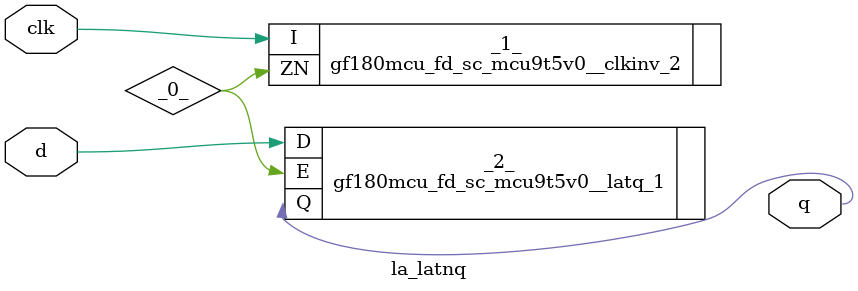
<source format=v>

/* Generated by Yosys 0.44 (git sha1 80ba43d26, g++ 11.4.0-1ubuntu1~22.04 -fPIC -O3) */

(* top =  1  *)
(* src = "inputs/la_latnq.v:10.1-20.10" *)
module la_latnq (
    d,
    clk,
    q
);
  (* src = "inputs/la_latnq.v:18.5-18.41|/home/pgadfort/.sc/cache/lambdapdk-v0.1.33/lambdapdk/gf180/libs/gf180mcu_fd_sc_mcu9t5v0/techmap/yosys/cells_latch.v:12.12-12.14" *)
  wire _0_;
  (* src = "inputs/la_latnq.v:14.16-14.19" *)
  input clk;
  wire clk;
  (* src = "inputs/la_latnq.v:13.16-13.17" *)
  input d;
  wire d;
  (* src = "inputs/la_latnq.v:15.16-15.17" *)
  output q;
  wire q;
  gf180mcu_fd_sc_mcu9t5v0__clkinv_2 _1_ (
      .I (clk),
      .ZN(_0_)
  );
  (* module_not_derived = 32'b00000000000000000000000000000001 *)
      (* src = "inputs/la_latnq.v:18.5-18.41|/home/pgadfort/.sc/cache/lambdapdk-v0.1.33/lambdapdk/gf180/libs/gf180mcu_fd_sc_mcu9t5v0/techmap/yosys/cells_latch.v:10.37-14.10" *)
  gf180mcu_fd_sc_mcu9t5v0__latq_1 _2_ (
      .D(d),
      .E(_0_),
      .Q(q)
  );
endmodule

</source>
